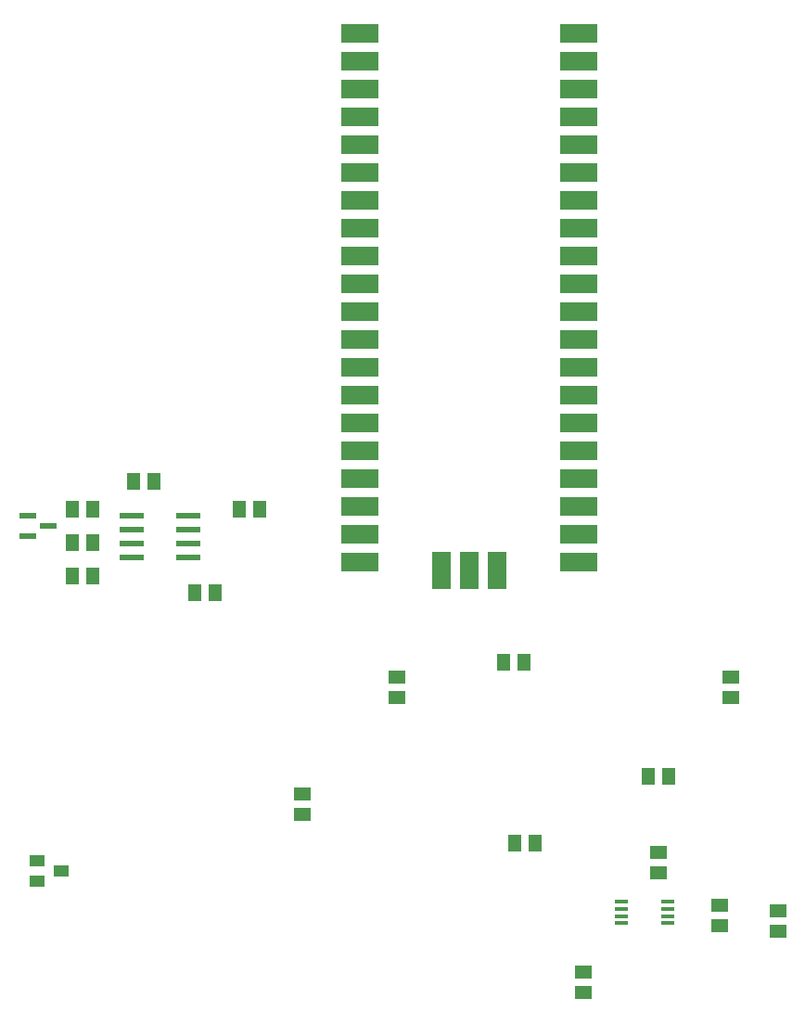
<source format=gtp>
G04 EAGLE Gerber RS-274X export*
G75*
%MOMM*%
%FSLAX34Y34*%
%LPD*%
%INSolderpaste Top*%
%IPPOS*%
%AMOC8*
5,1,8,0,0,1.08239X$1,22.5*%
G01*
%ADD10R,1.500000X1.300000*%
%ADD11R,1.200000X0.300000*%
%ADD12R,1.300000X1.500000*%
%ADD13R,3.500000X1.700000*%
%ADD14R,1.700000X3.500000*%
%ADD15R,1.400000X1.000000*%
%ADD16R,2.200000X0.600000*%
%ADD17R,1.500000X0.600000*%


D10*
X363220Y344780D03*
X363220Y325780D03*
X533400Y56540D03*
X533400Y75540D03*
X601980Y184760D03*
X601980Y165760D03*
X657860Y117500D03*
X657860Y136500D03*
X711200Y112420D03*
X711200Y131420D03*
D11*
X610400Y139300D03*
X610400Y132800D03*
X610400Y126300D03*
X610400Y119800D03*
X568150Y119800D03*
X568150Y126300D03*
X568150Y132800D03*
X568150Y139300D03*
D10*
X276860Y219100D03*
X276860Y238100D03*
D12*
X460400Y358140D03*
X479400Y358140D03*
X470560Y193040D03*
X489560Y193040D03*
D10*
X668020Y325780D03*
X668020Y344780D03*
D12*
X611480Y254000D03*
X592480Y254000D03*
D13*
X329260Y932180D03*
X329260Y906780D03*
X329260Y881380D03*
X329260Y855980D03*
X329260Y830580D03*
X329260Y805180D03*
X329260Y779780D03*
X329260Y754380D03*
X329260Y728980D03*
X329260Y703580D03*
X329260Y678180D03*
X329260Y652780D03*
X329260Y627380D03*
X329260Y601980D03*
X329260Y576580D03*
X329260Y551180D03*
X329260Y525780D03*
X329260Y500380D03*
X329260Y474980D03*
X329260Y449580D03*
X529260Y449580D03*
X529260Y474980D03*
X529260Y500380D03*
X529260Y525780D03*
X529260Y551180D03*
X529260Y576580D03*
X529260Y601980D03*
X529260Y627380D03*
X529260Y652780D03*
X529260Y678180D03*
X529260Y703580D03*
X529260Y728980D03*
X529260Y754380D03*
X529260Y779780D03*
X529260Y805180D03*
X529260Y830580D03*
X529260Y855980D03*
X529260Y881380D03*
X529260Y906780D03*
X529260Y932180D03*
D14*
X403860Y441630D03*
X429260Y441630D03*
X454660Y441630D03*
D15*
X56720Y167640D03*
X34720Y158140D03*
X34720Y177140D03*
D12*
X141580Y523240D03*
X122580Y523240D03*
X197460Y421640D03*
X178460Y421640D03*
D16*
X121320Y478790D03*
X173320Y478790D03*
X121320Y491490D03*
X121320Y466090D03*
X121320Y453390D03*
X173320Y491490D03*
X173320Y466090D03*
X173320Y453390D03*
D12*
X66700Y497840D03*
X85700Y497840D03*
X238100Y497840D03*
X219100Y497840D03*
D17*
X26060Y492100D03*
X26060Y473100D03*
X45060Y482600D03*
D12*
X66700Y436880D03*
X85700Y436880D03*
X85700Y467360D03*
X66700Y467360D03*
M02*

</source>
